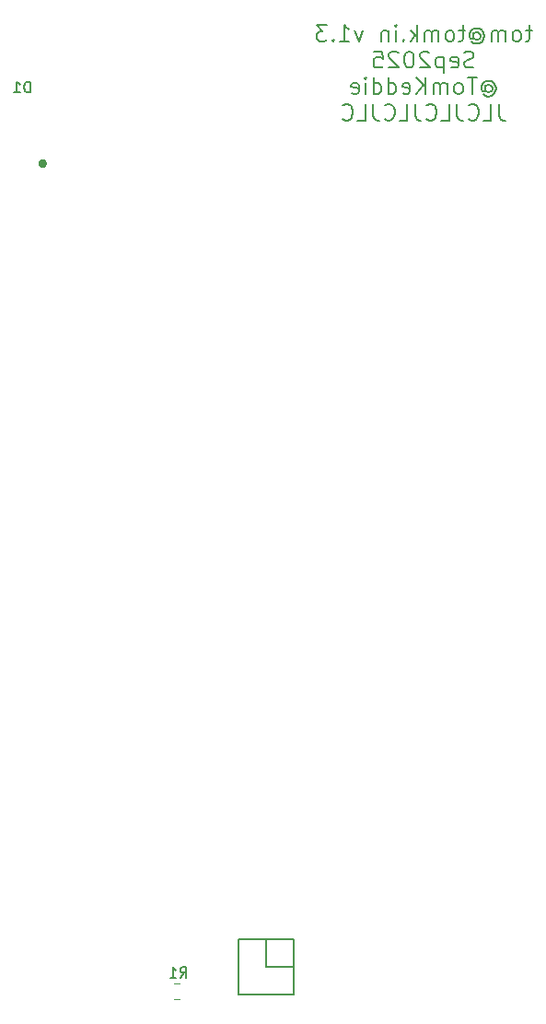
<source format=gbo>
G04 #@! TF.GenerationSoftware,KiCad,Pcbnew,8.0.4-1.fc40*
G04 #@! TF.CreationDate,2024-09-16T09:24:30-07:00*
G04 #@! TF.ProjectId,mrfixit,6d726669-7869-4742-9e6b-696361645f70,rev?*
G04 #@! TF.SameCoordinates,Original*
G04 #@! TF.FileFunction,Legend,Bot*
G04 #@! TF.FilePolarity,Positive*
%FSLAX46Y46*%
G04 Gerber Fmt 4.6, Leading zero omitted, Abs format (unit mm)*
G04 Created by KiCad (PCBNEW 8.0.4-1.fc40) date 2024-09-16 09:24:30*
%MOMM*%
%LPD*%
G01*
G04 APERTURE LIST*
%ADD10C,0.200000*%
%ADD11C,0.150000*%
%ADD12C,0.120000*%
%ADD13C,0.400000*%
G04 APERTURE END LIST*
D10*
X153504285Y-46061154D02*
X152932857Y-46061154D01*
X153290000Y-45561154D02*
X153290000Y-46846868D01*
X153290000Y-46846868D02*
X153218571Y-46989726D01*
X153218571Y-46989726D02*
X153075714Y-47061154D01*
X153075714Y-47061154D02*
X152932857Y-47061154D01*
X152218571Y-47061154D02*
X152361428Y-46989726D01*
X152361428Y-46989726D02*
X152432857Y-46918297D01*
X152432857Y-46918297D02*
X152504285Y-46775440D01*
X152504285Y-46775440D02*
X152504285Y-46346868D01*
X152504285Y-46346868D02*
X152432857Y-46204011D01*
X152432857Y-46204011D02*
X152361428Y-46132583D01*
X152361428Y-46132583D02*
X152218571Y-46061154D01*
X152218571Y-46061154D02*
X152004285Y-46061154D01*
X152004285Y-46061154D02*
X151861428Y-46132583D01*
X151861428Y-46132583D02*
X151790000Y-46204011D01*
X151790000Y-46204011D02*
X151718571Y-46346868D01*
X151718571Y-46346868D02*
X151718571Y-46775440D01*
X151718571Y-46775440D02*
X151790000Y-46918297D01*
X151790000Y-46918297D02*
X151861428Y-46989726D01*
X151861428Y-46989726D02*
X152004285Y-47061154D01*
X152004285Y-47061154D02*
X152218571Y-47061154D01*
X151075714Y-47061154D02*
X151075714Y-46061154D01*
X151075714Y-46204011D02*
X151004285Y-46132583D01*
X151004285Y-46132583D02*
X150861428Y-46061154D01*
X150861428Y-46061154D02*
X150647142Y-46061154D01*
X150647142Y-46061154D02*
X150504285Y-46132583D01*
X150504285Y-46132583D02*
X150432857Y-46275440D01*
X150432857Y-46275440D02*
X150432857Y-47061154D01*
X150432857Y-46275440D02*
X150361428Y-46132583D01*
X150361428Y-46132583D02*
X150218571Y-46061154D01*
X150218571Y-46061154D02*
X150004285Y-46061154D01*
X150004285Y-46061154D02*
X149861428Y-46132583D01*
X149861428Y-46132583D02*
X149789999Y-46275440D01*
X149789999Y-46275440D02*
X149789999Y-47061154D01*
X148147142Y-46346868D02*
X148218571Y-46275440D01*
X148218571Y-46275440D02*
X148361428Y-46204011D01*
X148361428Y-46204011D02*
X148504285Y-46204011D01*
X148504285Y-46204011D02*
X148647142Y-46275440D01*
X148647142Y-46275440D02*
X148718571Y-46346868D01*
X148718571Y-46346868D02*
X148789999Y-46489726D01*
X148789999Y-46489726D02*
X148789999Y-46632583D01*
X148789999Y-46632583D02*
X148718571Y-46775440D01*
X148718571Y-46775440D02*
X148647142Y-46846868D01*
X148647142Y-46846868D02*
X148504285Y-46918297D01*
X148504285Y-46918297D02*
X148361428Y-46918297D01*
X148361428Y-46918297D02*
X148218571Y-46846868D01*
X148218571Y-46846868D02*
X148147142Y-46775440D01*
X148147142Y-46204011D02*
X148147142Y-46775440D01*
X148147142Y-46775440D02*
X148075714Y-46846868D01*
X148075714Y-46846868D02*
X148004285Y-46846868D01*
X148004285Y-46846868D02*
X147861428Y-46775440D01*
X147861428Y-46775440D02*
X147789999Y-46632583D01*
X147789999Y-46632583D02*
X147789999Y-46275440D01*
X147789999Y-46275440D02*
X147932857Y-46061154D01*
X147932857Y-46061154D02*
X148147142Y-45918297D01*
X148147142Y-45918297D02*
X148432857Y-45846868D01*
X148432857Y-45846868D02*
X148718571Y-45918297D01*
X148718571Y-45918297D02*
X148932857Y-46061154D01*
X148932857Y-46061154D02*
X149075714Y-46275440D01*
X149075714Y-46275440D02*
X149147142Y-46561154D01*
X149147142Y-46561154D02*
X149075714Y-46846868D01*
X149075714Y-46846868D02*
X148932857Y-47061154D01*
X148932857Y-47061154D02*
X148718571Y-47204011D01*
X148718571Y-47204011D02*
X148432857Y-47275440D01*
X148432857Y-47275440D02*
X148147142Y-47204011D01*
X148147142Y-47204011D02*
X147932857Y-47061154D01*
X147361428Y-46061154D02*
X146790000Y-46061154D01*
X147147143Y-45561154D02*
X147147143Y-46846868D01*
X147147143Y-46846868D02*
X147075714Y-46989726D01*
X147075714Y-46989726D02*
X146932857Y-47061154D01*
X146932857Y-47061154D02*
X146790000Y-47061154D01*
X146075714Y-47061154D02*
X146218571Y-46989726D01*
X146218571Y-46989726D02*
X146290000Y-46918297D01*
X146290000Y-46918297D02*
X146361428Y-46775440D01*
X146361428Y-46775440D02*
X146361428Y-46346868D01*
X146361428Y-46346868D02*
X146290000Y-46204011D01*
X146290000Y-46204011D02*
X146218571Y-46132583D01*
X146218571Y-46132583D02*
X146075714Y-46061154D01*
X146075714Y-46061154D02*
X145861428Y-46061154D01*
X145861428Y-46061154D02*
X145718571Y-46132583D01*
X145718571Y-46132583D02*
X145647143Y-46204011D01*
X145647143Y-46204011D02*
X145575714Y-46346868D01*
X145575714Y-46346868D02*
X145575714Y-46775440D01*
X145575714Y-46775440D02*
X145647143Y-46918297D01*
X145647143Y-46918297D02*
X145718571Y-46989726D01*
X145718571Y-46989726D02*
X145861428Y-47061154D01*
X145861428Y-47061154D02*
X146075714Y-47061154D01*
X144932857Y-47061154D02*
X144932857Y-46061154D01*
X144932857Y-46204011D02*
X144861428Y-46132583D01*
X144861428Y-46132583D02*
X144718571Y-46061154D01*
X144718571Y-46061154D02*
X144504285Y-46061154D01*
X144504285Y-46061154D02*
X144361428Y-46132583D01*
X144361428Y-46132583D02*
X144290000Y-46275440D01*
X144290000Y-46275440D02*
X144290000Y-47061154D01*
X144290000Y-46275440D02*
X144218571Y-46132583D01*
X144218571Y-46132583D02*
X144075714Y-46061154D01*
X144075714Y-46061154D02*
X143861428Y-46061154D01*
X143861428Y-46061154D02*
X143718571Y-46132583D01*
X143718571Y-46132583D02*
X143647142Y-46275440D01*
X143647142Y-46275440D02*
X143647142Y-47061154D01*
X142932857Y-47061154D02*
X142932857Y-45561154D01*
X142790000Y-46489726D02*
X142361428Y-47061154D01*
X142361428Y-46061154D02*
X142932857Y-46632583D01*
X141718571Y-46918297D02*
X141647142Y-46989726D01*
X141647142Y-46989726D02*
X141718571Y-47061154D01*
X141718571Y-47061154D02*
X141789999Y-46989726D01*
X141789999Y-46989726D02*
X141718571Y-46918297D01*
X141718571Y-46918297D02*
X141718571Y-47061154D01*
X141004285Y-47061154D02*
X141004285Y-46061154D01*
X141004285Y-45561154D02*
X141075713Y-45632583D01*
X141075713Y-45632583D02*
X141004285Y-45704011D01*
X141004285Y-45704011D02*
X140932856Y-45632583D01*
X140932856Y-45632583D02*
X141004285Y-45561154D01*
X141004285Y-45561154D02*
X141004285Y-45704011D01*
X140289999Y-46061154D02*
X140289999Y-47061154D01*
X140289999Y-46204011D02*
X140218570Y-46132583D01*
X140218570Y-46132583D02*
X140075713Y-46061154D01*
X140075713Y-46061154D02*
X139861427Y-46061154D01*
X139861427Y-46061154D02*
X139718570Y-46132583D01*
X139718570Y-46132583D02*
X139647142Y-46275440D01*
X139647142Y-46275440D02*
X139647142Y-47061154D01*
X137932856Y-46061154D02*
X137575713Y-47061154D01*
X137575713Y-47061154D02*
X137218570Y-46061154D01*
X135861427Y-47061154D02*
X136718570Y-47061154D01*
X136289999Y-47061154D02*
X136289999Y-45561154D01*
X136289999Y-45561154D02*
X136432856Y-45775440D01*
X136432856Y-45775440D02*
X136575713Y-45918297D01*
X136575713Y-45918297D02*
X136718570Y-45989726D01*
X135218571Y-46918297D02*
X135147142Y-46989726D01*
X135147142Y-46989726D02*
X135218571Y-47061154D01*
X135218571Y-47061154D02*
X135289999Y-46989726D01*
X135289999Y-46989726D02*
X135218571Y-46918297D01*
X135218571Y-46918297D02*
X135218571Y-47061154D01*
X134647142Y-45561154D02*
X133718570Y-45561154D01*
X133718570Y-45561154D02*
X134218570Y-46132583D01*
X134218570Y-46132583D02*
X134004285Y-46132583D01*
X134004285Y-46132583D02*
X133861428Y-46204011D01*
X133861428Y-46204011D02*
X133789999Y-46275440D01*
X133789999Y-46275440D02*
X133718570Y-46418297D01*
X133718570Y-46418297D02*
X133718570Y-46775440D01*
X133718570Y-46775440D02*
X133789999Y-46918297D01*
X133789999Y-46918297D02*
X133861428Y-46989726D01*
X133861428Y-46989726D02*
X134004285Y-47061154D01*
X134004285Y-47061154D02*
X134432856Y-47061154D01*
X134432856Y-47061154D02*
X134575713Y-46989726D01*
X134575713Y-46989726D02*
X134647142Y-46918297D01*
X148147141Y-49404642D02*
X147932856Y-49476070D01*
X147932856Y-49476070D02*
X147575713Y-49476070D01*
X147575713Y-49476070D02*
X147432856Y-49404642D01*
X147432856Y-49404642D02*
X147361427Y-49333213D01*
X147361427Y-49333213D02*
X147289998Y-49190356D01*
X147289998Y-49190356D02*
X147289998Y-49047499D01*
X147289998Y-49047499D02*
X147361427Y-48904642D01*
X147361427Y-48904642D02*
X147432856Y-48833213D01*
X147432856Y-48833213D02*
X147575713Y-48761784D01*
X147575713Y-48761784D02*
X147861427Y-48690356D01*
X147861427Y-48690356D02*
X148004284Y-48618927D01*
X148004284Y-48618927D02*
X148075713Y-48547499D01*
X148075713Y-48547499D02*
X148147141Y-48404642D01*
X148147141Y-48404642D02*
X148147141Y-48261784D01*
X148147141Y-48261784D02*
X148075713Y-48118927D01*
X148075713Y-48118927D02*
X148004284Y-48047499D01*
X148004284Y-48047499D02*
X147861427Y-47976070D01*
X147861427Y-47976070D02*
X147504284Y-47976070D01*
X147504284Y-47976070D02*
X147289998Y-48047499D01*
X146075713Y-49404642D02*
X146218570Y-49476070D01*
X146218570Y-49476070D02*
X146504285Y-49476070D01*
X146504285Y-49476070D02*
X146647142Y-49404642D01*
X146647142Y-49404642D02*
X146718570Y-49261784D01*
X146718570Y-49261784D02*
X146718570Y-48690356D01*
X146718570Y-48690356D02*
X146647142Y-48547499D01*
X146647142Y-48547499D02*
X146504285Y-48476070D01*
X146504285Y-48476070D02*
X146218570Y-48476070D01*
X146218570Y-48476070D02*
X146075713Y-48547499D01*
X146075713Y-48547499D02*
X146004285Y-48690356D01*
X146004285Y-48690356D02*
X146004285Y-48833213D01*
X146004285Y-48833213D02*
X146718570Y-48976070D01*
X145361428Y-48476070D02*
X145361428Y-49976070D01*
X145361428Y-48547499D02*
X145218571Y-48476070D01*
X145218571Y-48476070D02*
X144932856Y-48476070D01*
X144932856Y-48476070D02*
X144789999Y-48547499D01*
X144789999Y-48547499D02*
X144718571Y-48618927D01*
X144718571Y-48618927D02*
X144647142Y-48761784D01*
X144647142Y-48761784D02*
X144647142Y-49190356D01*
X144647142Y-49190356D02*
X144718571Y-49333213D01*
X144718571Y-49333213D02*
X144789999Y-49404642D01*
X144789999Y-49404642D02*
X144932856Y-49476070D01*
X144932856Y-49476070D02*
X145218571Y-49476070D01*
X145218571Y-49476070D02*
X145361428Y-49404642D01*
X144075713Y-48118927D02*
X144004285Y-48047499D01*
X144004285Y-48047499D02*
X143861428Y-47976070D01*
X143861428Y-47976070D02*
X143504285Y-47976070D01*
X143504285Y-47976070D02*
X143361428Y-48047499D01*
X143361428Y-48047499D02*
X143289999Y-48118927D01*
X143289999Y-48118927D02*
X143218570Y-48261784D01*
X143218570Y-48261784D02*
X143218570Y-48404642D01*
X143218570Y-48404642D02*
X143289999Y-48618927D01*
X143289999Y-48618927D02*
X144147142Y-49476070D01*
X144147142Y-49476070D02*
X143218570Y-49476070D01*
X142289999Y-47976070D02*
X142147142Y-47976070D01*
X142147142Y-47976070D02*
X142004285Y-48047499D01*
X142004285Y-48047499D02*
X141932857Y-48118927D01*
X141932857Y-48118927D02*
X141861428Y-48261784D01*
X141861428Y-48261784D02*
X141789999Y-48547499D01*
X141789999Y-48547499D02*
X141789999Y-48904642D01*
X141789999Y-48904642D02*
X141861428Y-49190356D01*
X141861428Y-49190356D02*
X141932857Y-49333213D01*
X141932857Y-49333213D02*
X142004285Y-49404642D01*
X142004285Y-49404642D02*
X142147142Y-49476070D01*
X142147142Y-49476070D02*
X142289999Y-49476070D01*
X142289999Y-49476070D02*
X142432857Y-49404642D01*
X142432857Y-49404642D02*
X142504285Y-49333213D01*
X142504285Y-49333213D02*
X142575714Y-49190356D01*
X142575714Y-49190356D02*
X142647142Y-48904642D01*
X142647142Y-48904642D02*
X142647142Y-48547499D01*
X142647142Y-48547499D02*
X142575714Y-48261784D01*
X142575714Y-48261784D02*
X142504285Y-48118927D01*
X142504285Y-48118927D02*
X142432857Y-48047499D01*
X142432857Y-48047499D02*
X142289999Y-47976070D01*
X141218571Y-48118927D02*
X141147143Y-48047499D01*
X141147143Y-48047499D02*
X141004286Y-47976070D01*
X141004286Y-47976070D02*
X140647143Y-47976070D01*
X140647143Y-47976070D02*
X140504286Y-48047499D01*
X140504286Y-48047499D02*
X140432857Y-48118927D01*
X140432857Y-48118927D02*
X140361428Y-48261784D01*
X140361428Y-48261784D02*
X140361428Y-48404642D01*
X140361428Y-48404642D02*
X140432857Y-48618927D01*
X140432857Y-48618927D02*
X141290000Y-49476070D01*
X141290000Y-49476070D02*
X140361428Y-49476070D01*
X139004286Y-47976070D02*
X139718572Y-47976070D01*
X139718572Y-47976070D02*
X139790000Y-48690356D01*
X139790000Y-48690356D02*
X139718572Y-48618927D01*
X139718572Y-48618927D02*
X139575715Y-48547499D01*
X139575715Y-48547499D02*
X139218572Y-48547499D01*
X139218572Y-48547499D02*
X139075715Y-48618927D01*
X139075715Y-48618927D02*
X139004286Y-48690356D01*
X139004286Y-48690356D02*
X138932857Y-48833213D01*
X138932857Y-48833213D02*
X138932857Y-49190356D01*
X138932857Y-49190356D02*
X139004286Y-49333213D01*
X139004286Y-49333213D02*
X139075715Y-49404642D01*
X139075715Y-49404642D02*
X139218572Y-49476070D01*
X139218572Y-49476070D02*
X139575715Y-49476070D01*
X139575715Y-49476070D02*
X139718572Y-49404642D01*
X139718572Y-49404642D02*
X139790000Y-49333213D01*
X149218570Y-51176700D02*
X149289999Y-51105272D01*
X149289999Y-51105272D02*
X149432856Y-51033843D01*
X149432856Y-51033843D02*
X149575713Y-51033843D01*
X149575713Y-51033843D02*
X149718570Y-51105272D01*
X149718570Y-51105272D02*
X149789999Y-51176700D01*
X149789999Y-51176700D02*
X149861427Y-51319558D01*
X149861427Y-51319558D02*
X149861427Y-51462415D01*
X149861427Y-51462415D02*
X149789999Y-51605272D01*
X149789999Y-51605272D02*
X149718570Y-51676700D01*
X149718570Y-51676700D02*
X149575713Y-51748129D01*
X149575713Y-51748129D02*
X149432856Y-51748129D01*
X149432856Y-51748129D02*
X149289999Y-51676700D01*
X149289999Y-51676700D02*
X149218570Y-51605272D01*
X149218570Y-51033843D02*
X149218570Y-51605272D01*
X149218570Y-51605272D02*
X149147142Y-51676700D01*
X149147142Y-51676700D02*
X149075713Y-51676700D01*
X149075713Y-51676700D02*
X148932856Y-51605272D01*
X148932856Y-51605272D02*
X148861427Y-51462415D01*
X148861427Y-51462415D02*
X148861427Y-51105272D01*
X148861427Y-51105272D02*
X149004285Y-50890986D01*
X149004285Y-50890986D02*
X149218570Y-50748129D01*
X149218570Y-50748129D02*
X149504285Y-50676700D01*
X149504285Y-50676700D02*
X149789999Y-50748129D01*
X149789999Y-50748129D02*
X150004285Y-50890986D01*
X150004285Y-50890986D02*
X150147142Y-51105272D01*
X150147142Y-51105272D02*
X150218570Y-51390986D01*
X150218570Y-51390986D02*
X150147142Y-51676700D01*
X150147142Y-51676700D02*
X150004285Y-51890986D01*
X150004285Y-51890986D02*
X149789999Y-52033843D01*
X149789999Y-52033843D02*
X149504285Y-52105272D01*
X149504285Y-52105272D02*
X149218570Y-52033843D01*
X149218570Y-52033843D02*
X149004285Y-51890986D01*
X148432856Y-50390986D02*
X147575714Y-50390986D01*
X148004285Y-51890986D02*
X148004285Y-50390986D01*
X146861428Y-51890986D02*
X147004285Y-51819558D01*
X147004285Y-51819558D02*
X147075714Y-51748129D01*
X147075714Y-51748129D02*
X147147142Y-51605272D01*
X147147142Y-51605272D02*
X147147142Y-51176700D01*
X147147142Y-51176700D02*
X147075714Y-51033843D01*
X147075714Y-51033843D02*
X147004285Y-50962415D01*
X147004285Y-50962415D02*
X146861428Y-50890986D01*
X146861428Y-50890986D02*
X146647142Y-50890986D01*
X146647142Y-50890986D02*
X146504285Y-50962415D01*
X146504285Y-50962415D02*
X146432857Y-51033843D01*
X146432857Y-51033843D02*
X146361428Y-51176700D01*
X146361428Y-51176700D02*
X146361428Y-51605272D01*
X146361428Y-51605272D02*
X146432857Y-51748129D01*
X146432857Y-51748129D02*
X146504285Y-51819558D01*
X146504285Y-51819558D02*
X146647142Y-51890986D01*
X146647142Y-51890986D02*
X146861428Y-51890986D01*
X145718571Y-51890986D02*
X145718571Y-50890986D01*
X145718571Y-51033843D02*
X145647142Y-50962415D01*
X145647142Y-50962415D02*
X145504285Y-50890986D01*
X145504285Y-50890986D02*
X145289999Y-50890986D01*
X145289999Y-50890986D02*
X145147142Y-50962415D01*
X145147142Y-50962415D02*
X145075714Y-51105272D01*
X145075714Y-51105272D02*
X145075714Y-51890986D01*
X145075714Y-51105272D02*
X145004285Y-50962415D01*
X145004285Y-50962415D02*
X144861428Y-50890986D01*
X144861428Y-50890986D02*
X144647142Y-50890986D01*
X144647142Y-50890986D02*
X144504285Y-50962415D01*
X144504285Y-50962415D02*
X144432856Y-51105272D01*
X144432856Y-51105272D02*
X144432856Y-51890986D01*
X143718571Y-51890986D02*
X143718571Y-50390986D01*
X142861428Y-51890986D02*
X143504285Y-51033843D01*
X142861428Y-50390986D02*
X143718571Y-51248129D01*
X141647142Y-51819558D02*
X141789999Y-51890986D01*
X141789999Y-51890986D02*
X142075714Y-51890986D01*
X142075714Y-51890986D02*
X142218571Y-51819558D01*
X142218571Y-51819558D02*
X142289999Y-51676700D01*
X142289999Y-51676700D02*
X142289999Y-51105272D01*
X142289999Y-51105272D02*
X142218571Y-50962415D01*
X142218571Y-50962415D02*
X142075714Y-50890986D01*
X142075714Y-50890986D02*
X141789999Y-50890986D01*
X141789999Y-50890986D02*
X141647142Y-50962415D01*
X141647142Y-50962415D02*
X141575714Y-51105272D01*
X141575714Y-51105272D02*
X141575714Y-51248129D01*
X141575714Y-51248129D02*
X142289999Y-51390986D01*
X140290000Y-51890986D02*
X140290000Y-50390986D01*
X140290000Y-51819558D02*
X140432857Y-51890986D01*
X140432857Y-51890986D02*
X140718571Y-51890986D01*
X140718571Y-51890986D02*
X140861428Y-51819558D01*
X140861428Y-51819558D02*
X140932857Y-51748129D01*
X140932857Y-51748129D02*
X141004285Y-51605272D01*
X141004285Y-51605272D02*
X141004285Y-51176700D01*
X141004285Y-51176700D02*
X140932857Y-51033843D01*
X140932857Y-51033843D02*
X140861428Y-50962415D01*
X140861428Y-50962415D02*
X140718571Y-50890986D01*
X140718571Y-50890986D02*
X140432857Y-50890986D01*
X140432857Y-50890986D02*
X140290000Y-50962415D01*
X138932857Y-51890986D02*
X138932857Y-50390986D01*
X138932857Y-51819558D02*
X139075714Y-51890986D01*
X139075714Y-51890986D02*
X139361428Y-51890986D01*
X139361428Y-51890986D02*
X139504285Y-51819558D01*
X139504285Y-51819558D02*
X139575714Y-51748129D01*
X139575714Y-51748129D02*
X139647142Y-51605272D01*
X139647142Y-51605272D02*
X139647142Y-51176700D01*
X139647142Y-51176700D02*
X139575714Y-51033843D01*
X139575714Y-51033843D02*
X139504285Y-50962415D01*
X139504285Y-50962415D02*
X139361428Y-50890986D01*
X139361428Y-50890986D02*
X139075714Y-50890986D01*
X139075714Y-50890986D02*
X138932857Y-50962415D01*
X138218571Y-51890986D02*
X138218571Y-50890986D01*
X138218571Y-50390986D02*
X138289999Y-50462415D01*
X138289999Y-50462415D02*
X138218571Y-50533843D01*
X138218571Y-50533843D02*
X138147142Y-50462415D01*
X138147142Y-50462415D02*
X138218571Y-50390986D01*
X138218571Y-50390986D02*
X138218571Y-50533843D01*
X136932856Y-51819558D02*
X137075713Y-51890986D01*
X137075713Y-51890986D02*
X137361428Y-51890986D01*
X137361428Y-51890986D02*
X137504285Y-51819558D01*
X137504285Y-51819558D02*
X137575713Y-51676700D01*
X137575713Y-51676700D02*
X137575713Y-51105272D01*
X137575713Y-51105272D02*
X137504285Y-50962415D01*
X137504285Y-50962415D02*
X137361428Y-50890986D01*
X137361428Y-50890986D02*
X137075713Y-50890986D01*
X137075713Y-50890986D02*
X136932856Y-50962415D01*
X136932856Y-50962415D02*
X136861428Y-51105272D01*
X136861428Y-51105272D02*
X136861428Y-51248129D01*
X136861428Y-51248129D02*
X137575713Y-51390986D01*
X150468571Y-52805902D02*
X150468571Y-53877331D01*
X150468571Y-53877331D02*
X150540000Y-54091616D01*
X150540000Y-54091616D02*
X150682857Y-54234474D01*
X150682857Y-54234474D02*
X150897143Y-54305902D01*
X150897143Y-54305902D02*
X151040000Y-54305902D01*
X149040000Y-54305902D02*
X149754286Y-54305902D01*
X149754286Y-54305902D02*
X149754286Y-52805902D01*
X147682857Y-54163045D02*
X147754285Y-54234474D01*
X147754285Y-54234474D02*
X147968571Y-54305902D01*
X147968571Y-54305902D02*
X148111428Y-54305902D01*
X148111428Y-54305902D02*
X148325714Y-54234474D01*
X148325714Y-54234474D02*
X148468571Y-54091616D01*
X148468571Y-54091616D02*
X148540000Y-53948759D01*
X148540000Y-53948759D02*
X148611428Y-53663045D01*
X148611428Y-53663045D02*
X148611428Y-53448759D01*
X148611428Y-53448759D02*
X148540000Y-53163045D01*
X148540000Y-53163045D02*
X148468571Y-53020188D01*
X148468571Y-53020188D02*
X148325714Y-52877331D01*
X148325714Y-52877331D02*
X148111428Y-52805902D01*
X148111428Y-52805902D02*
X147968571Y-52805902D01*
X147968571Y-52805902D02*
X147754285Y-52877331D01*
X147754285Y-52877331D02*
X147682857Y-52948759D01*
X146611428Y-52805902D02*
X146611428Y-53877331D01*
X146611428Y-53877331D02*
X146682857Y-54091616D01*
X146682857Y-54091616D02*
X146825714Y-54234474D01*
X146825714Y-54234474D02*
X147040000Y-54305902D01*
X147040000Y-54305902D02*
X147182857Y-54305902D01*
X145182857Y-54305902D02*
X145897143Y-54305902D01*
X145897143Y-54305902D02*
X145897143Y-52805902D01*
X143825714Y-54163045D02*
X143897142Y-54234474D01*
X143897142Y-54234474D02*
X144111428Y-54305902D01*
X144111428Y-54305902D02*
X144254285Y-54305902D01*
X144254285Y-54305902D02*
X144468571Y-54234474D01*
X144468571Y-54234474D02*
X144611428Y-54091616D01*
X144611428Y-54091616D02*
X144682857Y-53948759D01*
X144682857Y-53948759D02*
X144754285Y-53663045D01*
X144754285Y-53663045D02*
X144754285Y-53448759D01*
X144754285Y-53448759D02*
X144682857Y-53163045D01*
X144682857Y-53163045D02*
X144611428Y-53020188D01*
X144611428Y-53020188D02*
X144468571Y-52877331D01*
X144468571Y-52877331D02*
X144254285Y-52805902D01*
X144254285Y-52805902D02*
X144111428Y-52805902D01*
X144111428Y-52805902D02*
X143897142Y-52877331D01*
X143897142Y-52877331D02*
X143825714Y-52948759D01*
X142754285Y-52805902D02*
X142754285Y-53877331D01*
X142754285Y-53877331D02*
X142825714Y-54091616D01*
X142825714Y-54091616D02*
X142968571Y-54234474D01*
X142968571Y-54234474D02*
X143182857Y-54305902D01*
X143182857Y-54305902D02*
X143325714Y-54305902D01*
X141325714Y-54305902D02*
X142040000Y-54305902D01*
X142040000Y-54305902D02*
X142040000Y-52805902D01*
X139968571Y-54163045D02*
X140039999Y-54234474D01*
X140039999Y-54234474D02*
X140254285Y-54305902D01*
X140254285Y-54305902D02*
X140397142Y-54305902D01*
X140397142Y-54305902D02*
X140611428Y-54234474D01*
X140611428Y-54234474D02*
X140754285Y-54091616D01*
X140754285Y-54091616D02*
X140825714Y-53948759D01*
X140825714Y-53948759D02*
X140897142Y-53663045D01*
X140897142Y-53663045D02*
X140897142Y-53448759D01*
X140897142Y-53448759D02*
X140825714Y-53163045D01*
X140825714Y-53163045D02*
X140754285Y-53020188D01*
X140754285Y-53020188D02*
X140611428Y-52877331D01*
X140611428Y-52877331D02*
X140397142Y-52805902D01*
X140397142Y-52805902D02*
X140254285Y-52805902D01*
X140254285Y-52805902D02*
X140039999Y-52877331D01*
X140039999Y-52877331D02*
X139968571Y-52948759D01*
X138897142Y-52805902D02*
X138897142Y-53877331D01*
X138897142Y-53877331D02*
X138968571Y-54091616D01*
X138968571Y-54091616D02*
X139111428Y-54234474D01*
X139111428Y-54234474D02*
X139325714Y-54305902D01*
X139325714Y-54305902D02*
X139468571Y-54305902D01*
X137468571Y-54305902D02*
X138182857Y-54305902D01*
X138182857Y-54305902D02*
X138182857Y-52805902D01*
X136111428Y-54163045D02*
X136182856Y-54234474D01*
X136182856Y-54234474D02*
X136397142Y-54305902D01*
X136397142Y-54305902D02*
X136539999Y-54305902D01*
X136539999Y-54305902D02*
X136754285Y-54234474D01*
X136754285Y-54234474D02*
X136897142Y-54091616D01*
X136897142Y-54091616D02*
X136968571Y-53948759D01*
X136968571Y-53948759D02*
X137039999Y-53663045D01*
X137039999Y-53663045D02*
X137039999Y-53448759D01*
X137039999Y-53448759D02*
X136968571Y-53163045D01*
X136968571Y-53163045D02*
X136897142Y-53020188D01*
X136897142Y-53020188D02*
X136754285Y-52877331D01*
X136754285Y-52877331D02*
X136539999Y-52805902D01*
X136539999Y-52805902D02*
X136397142Y-52805902D01*
X136397142Y-52805902D02*
X136182856Y-52877331D01*
X136182856Y-52877331D02*
X136111428Y-52948759D01*
D11*
X121166666Y-133084819D02*
X121499999Y-132608628D01*
X121738094Y-133084819D02*
X121738094Y-132084819D01*
X121738094Y-132084819D02*
X121357142Y-132084819D01*
X121357142Y-132084819D02*
X121261904Y-132132438D01*
X121261904Y-132132438D02*
X121214285Y-132180057D01*
X121214285Y-132180057D02*
X121166666Y-132275295D01*
X121166666Y-132275295D02*
X121166666Y-132418152D01*
X121166666Y-132418152D02*
X121214285Y-132513390D01*
X121214285Y-132513390D02*
X121261904Y-132561009D01*
X121261904Y-132561009D02*
X121357142Y-132608628D01*
X121357142Y-132608628D02*
X121738094Y-132608628D01*
X120214285Y-133084819D02*
X120785713Y-133084819D01*
X120499999Y-133084819D02*
X120499999Y-132084819D01*
X120499999Y-132084819D02*
X120595237Y-132227676D01*
X120595237Y-132227676D02*
X120690475Y-132322914D01*
X120690475Y-132322914D02*
X120785713Y-132370533D01*
X107388094Y-51764819D02*
X107388094Y-50764819D01*
X107388094Y-50764819D02*
X107149999Y-50764819D01*
X107149999Y-50764819D02*
X107007142Y-50812438D01*
X107007142Y-50812438D02*
X106911904Y-50907676D01*
X106911904Y-50907676D02*
X106864285Y-51002914D01*
X106864285Y-51002914D02*
X106816666Y-51193390D01*
X106816666Y-51193390D02*
X106816666Y-51336247D01*
X106816666Y-51336247D02*
X106864285Y-51526723D01*
X106864285Y-51526723D02*
X106911904Y-51621961D01*
X106911904Y-51621961D02*
X107007142Y-51717200D01*
X107007142Y-51717200D02*
X107149999Y-51764819D01*
X107149999Y-51764819D02*
X107388094Y-51764819D01*
X105864285Y-51764819D02*
X106435713Y-51764819D01*
X106149999Y-51764819D02*
X106149999Y-50764819D01*
X106149999Y-50764819D02*
X106245237Y-50907676D01*
X106245237Y-50907676D02*
X106340475Y-51002914D01*
X106340475Y-51002914D02*
X106435713Y-51050533D01*
D10*
G04 #@! TO.C,J1*
X126550000Y-134650000D02*
X126550000Y-129570000D01*
X129090000Y-132110000D02*
X129090000Y-129570000D01*
X131630000Y-129570000D02*
X126550000Y-129570000D01*
X131630000Y-132110000D02*
X129090000Y-132110000D01*
X131630000Y-134650000D02*
X126550000Y-134650000D01*
X131630000Y-134650000D02*
X131630000Y-129570000D01*
D12*
G04 #@! TO.C,R1*
X120588748Y-133600000D02*
X121111252Y-133600000D01*
X120588748Y-135020000D02*
X121111252Y-135020000D01*
D13*
G04 #@! TO.C,D1*
X108720000Y-58280000D02*
G75*
G02*
X108320000Y-58280000I-200000J0D01*
G01*
X108320000Y-58280000D02*
G75*
G02*
X108720000Y-58280000I200000J0D01*
G01*
G04 #@! TD*
M02*

</source>
